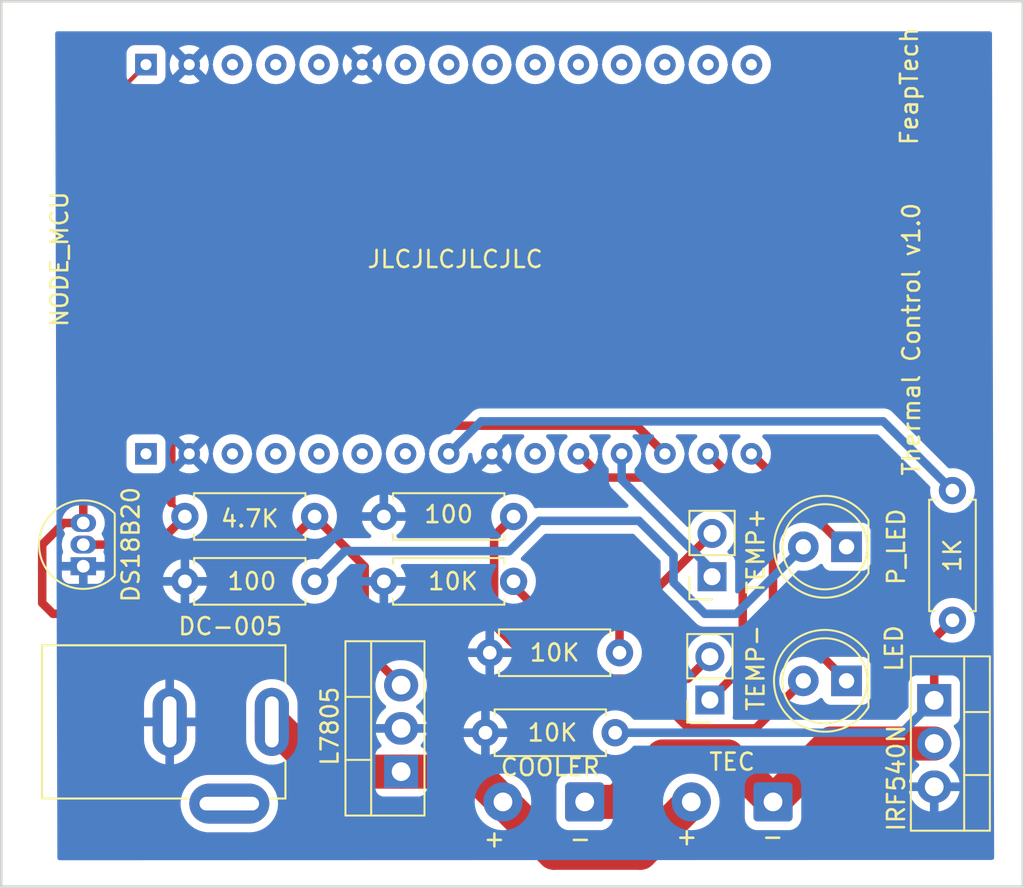
<source format=kicad_pcb>
(kicad_pcb (version 20211014) (generator pcbnew)
  (layers (0 "F.Cu" signal) (31 "B.Cu" signal) (34 "B.Paste" user) (35 "F.Paste" user) (36 "B.SilkS" user "B.Silkscreen") (37 "F.SilkS" user "F.Silkscreen") (38 "B.Mask" user) (39 "F.Mask" user) (44 "Edge.Cuts" user))
  (net 0 "")
  (net 21 "Net-(BTN1-Pad1)")
  (net 22 "Net-(BTN1-Pad2)")
  (net 23 "Net-(BTN2-Pad1)")
  (net 24 "Net-(BTN2-Pad2)")
  (net 25 "GND")
  (net 26 "Net-(C_LED1-Pad1)")
  (net 27 "Net-(C_LED1-Pad2)")
  (net 28 "Net-(P_LED1-Pad2)")
  (net 29 "Net-(P_LED1-Pad1)")
  (net 30 "Net-(R3-Pad1)")
  (net 31 "Net-(J4-Pad1)")
  (net 32 "Net-(Q1-Pad1)")
  (net 33 "Net-(R6-Pad2)")
  (net 34 "Net-(J3-Pad4)")
  (net 35 "Net-(R3-Pad2)")
  (footprint "LED_THT:LED_D5.0mm" (layer "F.Cu") (at 104.648 81.915 180)
    (fp_text reference "C_LED1" hide)
    (fp_text value "LED" (at -2.794 1.905 90) (layer "F.SilkS"))
    (fp_line (start -1.29 -1.545) (end -1.29 1.545) (layer "F.SilkS") (width 0.12))
    (fp_arc (start 4.26 -0.000462) (mid 2.072002 2.880433) (end -1.29 1.54483) (layer "F.SilkS") (width 0.12))
    (fp_arc (start -1.29 -1.54483) (mid 2.072002 -2.880433) (end 4.26 0.000462) (layer "F.SilkS") (width 0.12))
    (fp_circle (center 1.27 0) (end 3.77 0) (layer "F.SilkS") (width 0.12) (fill none))
    (pad "1" thru_hole rect (at 0 0 180) (size 1.8 1.8) (drill 0.9) (layers *.Cu *.Mask) (net 26 "Net-(C_LED1-Pad1)"))
    (pad "2" thru_hole circle (at 2.54 0 180) (size 1.8 1.8) (drill 0.9) (layers *.Cu *.Mask) (net 27 "Net-(C_LED1-Pad2)"))
  )
  (footprint "Connector_Wire:SolderWire-0.5sqmm_1x02_P4.8mm_D0.9mm_OD2.3mm" (layer "F.Cu") (at 89.268 89.027 180)
    (fp_text reference "J6" hide)
    (fp_text value "COOLER" (at 2.019 2.032) (layer "F.SilkS"))
    (pad "1" thru_hole roundrect (at 0 0 180) (size 2.3 2.3) (drill 1.1) (layers *.Cu *.Mask) (roundrect_rratio 0.108696) (net 31 "Net-(J4-Pad1)"))
    (pad "2" thru_hole circle (at 4.8 0 180) (size 2.3 2.3) (drill 1.1) (layers *.Cu *.Mask) (net 34 "Net-(J3-Pad4)"))
  )
  (footprint "Connector:node_mcu_socket" (layer "F.Cu") (at 63.5 57.15 90)
    (fp_text reference "U1" hide)
    (fp_text value "NODE_MCU" (at 0 -5.08 90 unlocked) (layer "F.SilkS"))
    (pad "1" thru_hole rect (at 11.43 0 90) (size 1.27 1.27) (drill 0.65) (layers *.Cu *.Mask) (net 35 "Net-(R3-Pad2)"))
    (pad "2" thru_hole circle (at 11.43 2.54 90) (size 1.27 1.27) (drill 0.65) (layers *.Cu *.Mask) (net 25 "GND"))
    (pad "3" thru_hole circle (at 11.43 5.08 90) (size 1.27 1.27) (drill 0.65) (layers *.Cu *.Mask))
    (pad "4" thru_hole circle (at 11.43 7.62 90) (size 1.27 1.27) (drill 0.65) (layers *.Cu *.Mask))
    (pad "5" thru_hole circle (at 11.43 10.16 90) (size 1.27 1.27) (drill 0.65) (layers *.Cu *.Mask))
    (pad "6" thru_hole circle (at 11.43 12.7 90) (size 1.27 1.27) (drill 0.65) (layers *.Cu *.Mask) (net 25 "GND"))
    (pad "7" thru_hole circle (at 11.43 15.24 90) (size 1.27 1.27) (drill 0.65) (layers *.Cu *.Mask))
    (pad "8" thru_hole circle (at 11.43 17.78 90) (size 1.27 1.27) (drill 0.65) (layers *.Cu *.Mask))
    (pad "9" thru_hole circle (at 11.43 20.32 90) (size 1.27 1.27) (drill 0.65) (layers *.Cu *.Mask))
    (pad "10" thru_hole circle (at 11.43 22.86 90) (size 1.27 1.27) (drill 0.65) (layers *.Cu *.Mask))
    (pad "11" thru_hole circle (at 11.43 25.4 90) (size 1.27 1.27) (drill 0.65) (layers *.Cu *.Mask))
    (pad "12" thru_hole circle (at 11.43 27.94 90) (size 1.27 1.27) (drill 0.65) (layers *.Cu *.Mask))
    (pad "13" thru_hole circle (at 11.43 30.48 90) (size 1.27 1.27) (drill 0.65) (layers *.Cu *.Mask))
    (pad "14" thru_hole circle (at 11.43 33.02 90) (size 1.27 1.27) (drill 0.65) (layers *.Cu *.Mask))
    (pad "15" thru_hole circle (at 11.43 35.56 90) (size 1.27 1.27) (drill 0.65) (layers *.Cu *.Mask))
    (pad "16" thru_hole rect (at -11.43 0 90) (size 1.27 1.27) (drill 0.65) (layers *.Cu *.Mask))
    (pad "17" thru_hole circle (at -11.43 2.54 90) (size 1.27 1.27) (drill 0.65) (layers *.Cu *.Mask) (net 25 "GND"))
    (pad "18" thru_hole circle (at -11.43 5.08 90) (size 1.27 1.27) (drill 0.65) (layers *.Cu *.Mask))
    (pad "19" thru_hole circle (at -11.43 7.62 90) (size 1.27 1.27) (drill 0.65) (layers *.Cu *.Mask))
    (pad "20" thru_hole circle (at -11.43 10.16 90) (size 1.27 1.27) (drill 0.65) (layers *.Cu *.Mask))
    (pad "21" thru_hole circle (at -11.43 12.7 90) (size 1.27 1.27) (drill 0.65) (layers *.Cu *.Mask))
    (pad "22" thru_hole circle (at -11.43 15.24 90) (size 1.27 1.27) (drill 0.65) (layers *.Cu *.Mask))
    (pad "23" thru_hole circle (at -11.43 17.78 90) (size 1.27 1.27) (drill 0.65) (layers *.Cu *.Mask) (net 33 "Net-(R6-Pad2)"))
    (pad "24" thru_hole circle (at -11.43 20.32 90) (size 1.27 1.27) (drill 0.65) (layers *.Cu *.Mask) (net 25 "GND"))
    (pad "25" thru_hole circle (at -11.43 22.86 90) (size 1.27 1.27) (drill 0.65) (layers *.Cu *.Mask))
    (pad "26" thru_hole circle (at -11.43 25.4 90) (size 1.27 1.27) (drill 0.65) (layers *.Cu *.Mask) (net 23 "Net-(BTN2-Pad1)"))
    (pad "27" thru_hole circle (at -11.43 27.94 90) (size 1.27 1.27) (drill 0.65) (layers *.Cu *.Mask) (net 21 "Net-(BTN1-Pad1)"))
    (pad "28" thru_hole circle (at -11.43 30.48 90) (size 1.27 1.27) (drill 0.65) (layers *.Cu *.Mask) (net 30 "Net-(R3-Pad1)"))
    (pad "29" thru_hole circle (at -11.43 33.02 90) (size 1.27 1.27) (drill 0.65) (layers *.Cu *.Mask) (net 26 "Net-(C_LED1-Pad1)"))
    (pad "30" thru_hole circle (at -11.43 35.56 90) (size 1.27 1.27) (drill 0.65) (layers *.Cu *.Mask) (net 29 "Net-(P_LED1-Pad1)"))
  )
  (footprint "Package_TO_SOT_THT:TO-92_Inline" (layer "F.Cu") (at 59.817 75.184 90)
    (fp_text reference "SENSOR1" hide)
    (fp_text value "DS18B20" (at 1.27 2.79 90) (layer "F.SilkS"))
    (fp_line (start -0.53 1.85) (end 3.07 1.85) (layer "F.SilkS") (width 0.12))
    (fp_arc (start -0.568478 1.838478) (mid -1.132087 -0.994977) (end 1.27 -2.6) (layer "F.SilkS") (width 0.12))
    (fp_arc (start 1.27 -2.6) (mid 3.672087 -0.994977) (end 3.108478 1.838478) (layer "F.SilkS") (width 0.12))
    (pad "1" thru_hole rect (at 0 0 90) (size 1.05 1.5) (drill 0.75) (layers *.Cu *.Mask) (net 25 "GND"))
    (pad "2" thru_hole oval (at 1.27 0 90) (size 1.05 1.5) (drill 0.75) (layers *.Cu *.Mask) (net 30 "Net-(R3-Pad1)"))
    (pad "3" thru_hole oval (at 2.54 0 90) (size 1.05 1.5) (drill 0.75) (layers *.Cu *.Mask) (net 35 "Net-(R3-Pad2)"))
  )
  (footprint "Connector_PinSocket_2.54mm:PinSocket_1x02_P2.54mm_Vertical" (layer "F.Cu") (at 96.622 83.038 180)
    (fp_text reference "BTN2" hide)
    (fp_text value "TEMP-" (at -2.692 1.885 90) (layer "F.SilkS"))
    (fp_line (start 1.33 -1.33) (end 1.33 0) (layer "F.SilkS") (width 0.12))
    (fp_line (start -1.33 3.87) (end 1.33 3.87) (layer "F.SilkS") (width 0.12))
    (fp_line (start 0 -1.33) (end 1.33 -1.33) (layer "F.SilkS") (width 0.12))
    (fp_line (start -1.33 1.27) (end -1.33 3.87) (layer "F.SilkS") (width 0.12))
    (fp_line (start 1.33 1.27) (end 1.33 3.87) (layer "F.SilkS") (width 0.12))
    (fp_line (start -1.33 1.27) (end 1.33 1.27) (layer "F.SilkS") (width 0.12))
    (pad "1" thru_hole rect (at 0 0 180) (size 1.7 1.7) (drill 1) (layers *.Cu *.Mask) (net 23 "Net-(BTN2-Pad1)"))
    (pad "2" thru_hole oval (at 0 2.54 180) (size 1.7 1.7) (drill 1) (layers *.Cu *.Mask) (net 24 "Net-(BTN2-Pad2)"))
  )
  (footprint "Resistor_THT:R_Axial_DIN0207_L6.3mm_D2.5mm_P7.62mm_Horizontal" (layer "F.Cu") (at 73.406 76.073 180)
    (fp_text reference "R5" hide)
    (fp_text value "100" (at 3.683 0) (layer "F.SilkS"))
    (fp_line (start 0.54 -1.04) (end 0.54 -1.37) (layer "F.SilkS") (width 0.12))
    (fp_line (start 7.08 -1.37) (end 7.08 -1.04) (layer "F.SilkS") (width 0.12))
    (fp_line (start 0.54 1.04) (end 0.54 1.37) (layer "F.SilkS") (width 0.12))
    (fp_line (start 0.54 -1.37) (end 7.08 -1.37) (layer "F.SilkS") (width 0.12))
    (fp_line (start 0.54 1.37) (end 7.08 1.37) (layer "F.SilkS") (width 0.12))
    (fp_line (start 7.08 1.37) (end 7.08 1.04) (layer "F.SilkS") (width 0.12))
    (pad "1" thru_hole circle (at 0 0 180) (size 1.6 1.6) (drill 0.8) (layers *.Cu *.Mask) (net 28 "Net-(P_LED1-Pad2)"))
    (pad "2" thru_hole oval (at 7.62 0 180) (size 1.6 1.6) (drill 0.8) (layers *.Cu *.Mask) (net 25 "GND"))
  )
  (footprint "Resistor_THT:R_Axial_DIN0207_L6.3mm_D2.5mm_P7.62mm_Horizontal" (layer "F.Cu") (at 110.871 78.359 90)
    (fp_text reference "R6" hide)
    (fp_text value "1K" (at 3.81 0 90) (layer "F.SilkS"))
    (fp_line (start 7.08 1.37) (end 7.08 1.04) (layer "F.SilkS") (width 0.12))
    (fp_line (start 0.54 -1.37) (end 7.08 -1.37) (layer "F.SilkS") (width 0.12))
    (fp_line (start 0.54 1.37) (end 7.08 1.37) (layer "F.SilkS") (width 0.12))
    (fp_line (start 7.08 -1.37) (end 7.08 -1.04) (layer "F.SilkS") (width 0.12))
    (fp_line (start 0.54 -1.04) (end 0.54 -1.37) (layer "F.SilkS") (width 0.12))
    (fp_line (start 0.54 1.04) (end 0.54 1.37) (layer "F.SilkS") (width 0.12))
    (pad "1" thru_hole circle (at 0 0 90) (size 1.6 1.6) (drill 0.8) (layers *.Cu *.Mask) (net 32 "Net-(Q1-Pad1)"))
    (pad "2" thru_hole oval (at 7.62 0 90) (size 1.6 1.6) (drill 0.8) (layers *.Cu *.Mask) (net 33 "Net-(R6-Pad2)"))
  )
  (footprint "Resistor_THT:R_Axial_DIN0207_L6.3mm_D2.5mm_P7.62mm_Horizontal" (layer "F.Cu") (at 91.059 84.963 180)
    (fp_text reference "R7" hide)
    (fp_text value "10K" (at 3.683 0) (layer "F.SilkS"))
    (fp_line (start 0.54 -1.04) (end 0.54 -1.37) (layer "F.SilkS") (width 0.12))
    (fp_line (start 7.08 1.37) (end 7.08 1.04) (layer "F.SilkS") (width 0.12))
    (fp_line (start 0.54 1.37) (end 7.08 1.37) (layer "F.SilkS") (width 0.12))
    (fp_line (start 7.08 -1.37) (end 7.08 -1.04) (layer "F.SilkS") (width 0.12))
    (fp_line (start 0.54 1.04) (end 0.54 1.37) (layer "F.SilkS") (width 0.12))
    (fp_line (start 0.54 -1.37) (end 7.08 -1.37) (layer "F.SilkS") (width 0.12))
    (pad "1" thru_hole circle (at 0 0 180) (size 1.6 1.6) (drill 0.8) (layers *.Cu *.Mask) (net 32 "Net-(Q1-Pad1)"))
    (pad "2" thru_hole oval (at 7.62 0 180) (size 1.6 1.6) (drill 0.8) (layers *.Cu *.Mask) (net 25 "GND"))
  )
  (footprint "Package_TO_SOT_THT:TO-220-3_Vertical" (layer "F.Cu") (at 78.486 87.249 90)
    (fp_text reference "Vreg1" hide)
    (fp_text value "L7805" (at 2.667 -4.191 90) (layer "F.SilkS"))
    (fp_line (start 7.66 -3.27) (end 7.66 1.371) (layer "F.SilkS") (width 0.12))
    (fp_line (start 0.69 -3.27) (end 0.69 -1.76) (layer "F.SilkS") (width 0.12))
    (fp_line (start -2.58 -3.27) (end -2.58 1.371) (layer "F.SilkS") (width 0.12))
    (fp_line (start -2.58 -1.76) (end 7.66 -1.76) (layer "F.SilkS") (width 0.12))
    (fp_line (start 4.391 -3.27) (end 4.391 -1.76) (layer "F.SilkS") (width 0.12))
    (fp_line (start -2.58 -3.27) (end 7.66 -3.27) (layer "F.SilkS") (width 0.12))
    (fp_line (start -2.58 1.371) (end 7.66 1.371) (layer "F.SilkS") (width 0.12))
    (pad "1" thru_hole rect (at 0 0 90) (size 1.905 2) (drill 1.1) (layers *.Cu *.Mask) (net 34 "Net-(J3-Pad4)"))
    (pad "2" thru_hole oval (at 2.54 0 90) (size 1.905 2) (drill 1.1) (layers *.Cu *.Mask) (net 25 "GND"))
    (pad "3" thru_hole oval (at 5.08 0 90) (size 1.905 2) (drill 1.1) (layers *.Cu *.Mask) (net 35 "Net-(R3-Pad2)"))
  )
  (footprint "Resistor_THT:R_Axial_DIN0207_L6.3mm_D2.5mm_P7.62mm_Horizontal" (layer "F.Cu") (at 85.09 72.263 180)
    (fp_text reference "R4" hide)
    (fp_text value "100" (at 3.81 0.127) (layer "F.SilkS"))
    (fp_line (start 7.08 -1.37) (end 7.08 -1.04) (layer "F.SilkS") (width 0.12))
    (fp_line (start 0.54 1.04) (end 0.54 1.37) (layer "F.SilkS") (width 0.12))
    (fp_line (start 0.54 -1.37) (end 7.08 -1.37) (layer "F.SilkS") (width 0.12))
    (fp_line (start 0.54 -1.04) (end 0.54 -1.37) (layer "F.SilkS") (width 0.12))
    (fp_line (start 7.08 1.37) (end 7.08 1.04) (layer "F.SilkS") (width 0.12))
    (fp_line (start 0.54 1.37) (end 7.08 1.37) (layer "F.SilkS") (width 0.12))
    (pad "1" thru_hole circle (at 0 0 180) (size 1.6 1.6) (drill 0.8) (layers *.Cu *.Mask) (net 27 "Net-(C_LED1-Pad2)"))
    (pad "2" thru_hole oval (at 7.62 0 180) (size 1.6 1.6) (drill 0.8) (layers *.Cu *.Mask) (net 25 "GND"))
  )
  (footprint "Resistor_THT:R_Axial_DIN0207_L6.3mm_D2.5mm_P7.62mm_Horizontal" (layer "F.Cu") (at 85.09 76.073 180)
    (fp_text reference "R2" hide)
    (fp_text value "10K" (at 3.556 0) (layer "F.SilkS"))
    (fp_line (start 7.08 -1.37) (end 7.08 -1.04) (layer "F.SilkS") (width 0.12))
    (fp_line (start 0.54 -1.37) (end 7.08 -1.37) (layer "F.SilkS") (width 0.12))
    (fp_line (start 0.54 1.37) (end 7.08 1.37) (layer "F.SilkS") (width 0.12))
    (fp_line (start 0.54 -1.04) (end 0.54 -1.37) (layer "F.SilkS") (width 0.12))
    (fp_line (start 0.54 1.04) (end 0.54 1.37) (layer "F.SilkS") (width 0.12))
    (fp_line (start 7.08 1.37) (end 7.08 1.04) (layer "F.SilkS") (width 0.12))
    (pad "1" thru_hole circle (at 0 0 180) (size 1.6 1.6) (drill 0.8) (layers *.Cu *.Mask) (net 24 "Net-(BTN2-Pad2)"))
    (pad "2" thru_hole oval (at 7.62 0 180) (size 1.6 1.6) (drill 0.8) (layers *.Cu *.Mask) (net 25 "GND"))
  )
  (footprint "Connector_PinSocket_2.54mm:PinSocket_1x02_P2.54mm_Vertical" (layer "F.Cu") (at 96.749 75.799 180)
    (fp_text reference "BTN1" hide)
    (fp_text value "TEMP+" (at -2.565 1.504 90) (layer "F.SilkS"))
    (fp_line (start 1.33 -1.33) (end 1.33 0) (layer "F.SilkS") (width 0.12))
    (fp_line (start -1.33 1.27) (end -1.33 3.87) (layer "F.SilkS") (width 0.12))
    (fp_line (start -1.33 3.87) (end 1.33 3.87) (layer "F.SilkS") (width 0.12))
    (fp_line (start -1.33 1.27) (end 1.33 1.27) (layer "F.SilkS") (width 0.12))
    (fp_line (start 1.33 1.27) (end 1.33 3.87) (layer "F.SilkS") (width 0.12))
    (fp_line (start 0 -1.33) (end 1.33 -1.33) (layer "F.SilkS") (width 0.12))
    (pad "1" thru_hole rect (at 0 0 180) (size 1.7 1.7) (drill 1) (layers *.Cu *.Mask) (net 21 "Net-(BTN1-Pad1)"))
    (pad "2" thru_hole oval (at 0 2.54 180) (size 1.7 1.7) (drill 1) (layers *.Cu *.Mask) (net 22 "Net-(BTN1-Pad2)"))
  )
  (footprint "Connector_Wire:SolderWire-0.5sqmm_1x02_P4.8mm_D0.9mm_OD2.3mm" (layer "F.Cu") (at 100.33 89.027 180)
    (fp_text reference "J4" hide)
    (fp_text value "TEC" (at 2.4 2.35) (layer "F.SilkS"))
    (pad "1" thru_hole roundrect (at 0 0 180) (size 2.3 2.3) (drill 1.1) (layers *.Cu *.Mask) (roundrect_rratio 0.108696) (net 31 "Net-(J4-Pad1)"))
    (pad "2" thru_hole circle (at 4.8 0 180) (size 2.3 2.3) (drill 1.1) (layers *.Cu *.Mask) (net 34 "Net-(J3-Pad4)"))
  )
  (footprint "Package_TO_SOT_THT:TO-220-3_Vertical" (layer "F.Cu") (at 109.799 83.058 -90)
    (fp_text reference "Q1" hide)
    (fp_text value "IRF540N" (at 4.572 2.23 90) (layer "F.SilkS"))
    (fp_line (start -2.58 -1.76) (end 7.66 -1.76) (layer "F.SilkS") (width 0.12))
    (fp_line (start -2.58 -3.27) (end 7.66 -3.27) (layer "F.SilkS") (width 0.12))
    (fp_line (start 7.66 -3.27) (end 7.66 1.371) (layer "F.SilkS") (width 0.12))
    (fp_line (start 0.69 -3.27) (end 0.69 -1.76) (layer "F.SilkS") (width 0.12))
    (fp_line (start -2.58 1.371) (end 7.66 1.371) (layer "F.SilkS") (width 0.12))
    (fp_line (start -2.58 -3.27) (end -2.58 1.371) (layer "F.SilkS") (width 0.12))
    (fp_line (start 4.391 -3.27) (end 4.391 -1.76) (layer "F.SilkS") (width 0.12))
    (pad "1" thru_hole rect (at 0 0 270) (size 1.905 2) (drill 1.1) (layers *.Cu *.Mask) (net 32 "Net-(Q1-Pad1)"))
    (pad "2" thru_hole oval (at 2.54 0 270) (size 1.905 2) (drill 1.1) (layers *.Cu *.Mask) (net 31 "Net-(J4-Pad1)"))
    (pad "3" thru_hole oval (at 5.08 0 270) (size 1.905 2) (drill 1.1) (layers *.Cu *.Mask) (net 25 "GND"))
  )
  (footprint "Resistor_THT:R_Axial_DIN0207_L6.3mm_D2.5mm_P7.62mm_Horizontal" (layer "F.Cu") (at 65.786 72.263)
    (fp_text reference "R3" hide)
    (fp_text value "4.7K" (at 3.81 0.127) (layer "F.SilkS"))
    (fp_line (start 7.08 -1.37) (end 7.08 -1.04) (layer "F.SilkS") (width 0.12))
    (fp_line (start 7.08 1.37) (end 7.08 1.04) (layer "F.SilkS") (width 0.12))
    (fp_line (start 0.54 -1.04) (end 0.54 -1.37) (layer "F.SilkS") (width 0.12))
    (fp_line (start 0.54 -1.37) (end 7.08 -1.37) (layer "F.SilkS") (width 0.12))
    (fp_line (start 0.54 1.04) (end 0.54 1.37) (layer "F.SilkS") (width 0.12))
    (fp_line (start 0.54 1.37) (end 7.08 1.37) (layer "F.SilkS") (width 0.12))
    (pad "1" thru_hole circle (at 0 0) (size 1.6 1.6) (drill 0.8) (layers *.Cu *.Mask) (net 30 "Net-(R3-Pad1)"))
    (pad "2" thru_hole oval (at 7.62 0) (size 1.6 1.6) (drill 0.8) (layers *.Cu *.Mask) (net 35 "Net-(R3-Pad2)"))
  )
  (footprint "Connector:DC-005" (layer "F.Cu") (at 68.393 84.328)
    (fp_text reference "J3" hide)
    (fp_text value "DC-005" (at 0.06 -5.61) (layer "F.SilkS"))
    (fp_line (start 3.3 2.3) (end 3.3 4.5) (layer "F.SilkS") (width 0.127))
    (fp_line (start 3.3 -4.5) (end 3.3 -2.3) (layer "F.SilkS") (width 0.127))
    (fp_line (start -2.4 4.5) (end -11 4.5) (layer "F.SilkS") (width 0.127))
    (fp_line (start -11 -4.5) (end 3.3 -4.5) (layer "F.SilkS") (width 0.127))
    (fp_line (start -11 4.5) (end -11 -4.5) (layer "F.SilkS") (width 0.127))
    (fp_line (start 3.3 4.5) (end 2.4 4.5) (layer "F.SilkS") (width 0.127))
    (pad "2" thru_hole oval (at 0 4.8) (size 4.7 2.35) (drill oval 3.5 0.8) (layers *.Cu *.Mask))
    (pad "3" thru_hole oval (at -3.5 0) (size 2 4) (drill oval 0.8 3) (layers *.Cu *.Mask) (net 25 "GND"))
    (pad "4" thru_hole oval (at 2.5 0) (size 2 4) (drill oval 0.8 3) (layers *.Cu *.Mask) (net 34 "Net-(J3-Pad4)"))
  )
  (footprint "LED_THT:LED_D5.0mm" (layer "F.Cu") (at 104.648 74.041 180)
    (fp_text reference "P_LED1" hide)
    (fp_text value "LED" hide)
    (fp_line (start -1.29 -1.545) (end -1.29 1.545) (layer "F.SilkS") (width 0.12))
    (fp_arc (start 4.26 -0.000462) (mid 2.072002 2.880433) (end -1.29 1.54483) (layer "F.SilkS") (width 0.12))
    (fp_arc (start -1.29 -1.54483) (mid 2.072002 -2.880433) (end 4.26 0.000462) (layer "F.SilkS") (width 0.12))
    (fp_circle (center 1.27 0) (end 3.77 0) (layer "F.SilkS") (width 0.12) (fill none))
    (pad "1" thru_hole rect (at 0 0 180) (size 1.8 1.8) (drill 0.9) (layers *.Cu *.Mask) (net 29 "Net-(P_LED1-Pad1)"))
    (pad "2" thru_hole circle (at 2.54 0 180) (size 1.8 1.8) (drill 0.9) (layers *.Cu *.Mask) (net 28 "Net-(P_LED1-Pad2)"))
  )
  (footprint "Resistor_THT:R_Axial_DIN0207_L6.3mm_D2.5mm_P7.62mm_Horizontal" (layer "F.Cu") (at 91.313 80.264 180)
    (fp_text reference "R1" hide)
    (fp_text value "10K" (at 3.81 0) (layer "F.SilkS"))
    (fp_line (start 0.54 -1.37) (end 7.08 -1.37) (layer "F.SilkS") (width 0.12))
    (fp_line (start 0.54 -1.04) (end 0.54 -1.37) (layer "F.SilkS") (width 0.12))
    (fp_line (start 0.54 1.37) (end 7.08 1.37) (layer "F.SilkS") (width 0.12))
    (fp_line (start 7.08 1.37) (end 7.08 1.04) (layer "F.SilkS") (width 0.12))
    (fp_line (start 7.08 -1.37) (end 7.08 -1.04) (layer "F.SilkS") (width 0.12))
    (fp_line (start 0.54 1.04) (end 0.54 1.37) (layer "F.SilkS") (width 0.12))
    (pad "1" thru_hole circle (at 0 0 180) (size 1.6 1.6) (drill 0.8) (layers *.Cu *.Mask) (net 22 "Net-(BTN1-Pad2)"))
    (pad "2" thru_hole oval (at 7.62 0 180) (size 1.6 1.6) (drill 0.8) (layers *.Cu *.Mask) (net 25 "GND"))
  )
  (gr_rect (start 55 42) (end 115 94) (layer "Edge.Cuts") (width 0.15) (fill none))
  (gr_text "+     -" (at 86.487 91.186) (layer "F.SilkS") (effects (font (size 1 1))))
  (gr_text "FeapTech" (at 108.331 46.99 90) (layer "F.SilkS") (effects (font (size 1 1))))
  (gr_text "Thermal Control v1.0" (at 108.458 61.849 90) (layer "F.SilkS") (effects (font (size 1 1))))
  (gr_text "P_LED" (at 107.569 74.041 90) (layer "F.SilkS") (effects (font (size 1 1))))
  (gr_text "JLCJLCJLCJLC" (at 81.661 57.15) (layer "F.SilkS") (effects (font (size 1 1))))
  (gr_text "+     -" (at 97.79 91.059) (layer "F.SilkS") (effects (font (size 1 1))))
  (segment (start 96.749 75.413) (end 91.44 70.104) (width 0.5) (layer "B.Cu") (net 21))
  (segment (start 96.749 75.799) (end 96.749 75.413) (width 0.5) (layer "B.Cu") (net 21))
  (segment (start 91.44 70.104) (end 91.44 68.58) (width 0.5) (layer "B.Cu") (net 21))
  (segment (start 91.313 78.695) (end 96.749 73.259) (width 0.5) (layer "F.Cu") (net 22))
  (segment (start 91.313 80.264) (end 91.313 78.695) (width 0.5) (layer "F.Cu") (net 22))
  (segment (start 96.012 69.977) (end 90.297 69.977) (width 0.5) (layer "F.Cu") (net 23))
  (segment (start 98.552 81.108) (end 98.552 72.517) (width 0.5) (layer "F.Cu") (net 23))
  (segment (start 90.297 69.977) (end 88.9 68.58) (width 0.5) (layer "F.Cu") (net 23))
  (segment (start 98.552 72.517) (end 96.012 69.977) (width 0.5) (layer "F.Cu") (net 23))
  (segment (start 96.622 83.038) (end 98.552 81.108) (width 0.5) (layer "F.Cu") (net 23))
  (segment (start 90.551 81.788) (end 95.332 81.788) (width 0.5) (layer "F.Cu") (net 24))
  (segment (start 95.332 81.788) (end 96.622 80.498) (width 0.5) (layer "F.Cu") (net 24))
  (segment (start 85.09 76.327) (end 90.551 81.788) (width 0.5) (layer "F.Cu") (net 24))
  (segment (start 85.09 76.073) (end 85.09 76.327) (width 0.25) (layer "F.Cu") (net 24))
  (segment (start 100.33 77.597) (end 100.33 72.39) (width 0.5) (layer "F.Cu") (net 26))
  (segment (start 104.648 81.915) (end 100.33 77.597) (width 0.5) (layer "F.Cu") (net 26))
  (segment (start 100.33 72.39) (end 96.52 68.58) (width 0.5) (layer "F.Cu") (net 26))
  (segment (start 87.94248 82.60848) (end 93.27648 82.60848) (width 0.5) (layer "F.Cu") (net 27))
  (segment (start 95.377 84.709) (end 99.314 84.709) (width 0.5) (layer "F.Cu") (net 27))
  (segment (start 83.947 73.406) (end 83.947 78.613) (width 0.5) (layer "F.Cu") (net 27))
  (segment (start 99.314 84.709) (end 102.108 81.915) (width 0.5) (layer "F.Cu") (net 27))
  (segment (start 93.27648 82.60848) (end 95.377 84.709) (width 0.5) (layer "F.Cu") (net 27))
  (segment (start 85.09 72.263) (end 83.947 73.406) (width 0.5) (layer "F.Cu") (net 27))
  (segment (start 83.947 78.613) (end 87.94248 82.60848) (width 0.5) (layer "F.Cu") (net 27))
  (segment (start 94.488 74.549) (end 92.456 72.517) (width 0.5) (layer "B.Cu") (net 28))
  (segment (start 86.614 72.517) (end 84.836 74.295) (width 0.5) (layer "B.Cu") (net 28))
  (segment (start 75.184 74.295) (end 73.406 76.073) (width 0.5) (layer "B.Cu") (net 28))
  (segment (start 84.836 74.295) (end 75.184 74.295) (width 0.5) (layer "B.Cu") (net 28))
  (segment (start 102.108 74.041) (end 98.171 77.978) (width 0.5) (layer "B.Cu") (net 28))
  (segment (start 96.328978 77.978) (end 94.488 76.137022) (width 0.5) (layer "B.Cu") (net 28))
  (segment (start 98.171 77.978) (end 96.328978 77.978) (width 0.5) (layer "B.Cu") (net 28))
  (segment (start 92.456 72.517) (end 86.614 72.517) (width 0.5) (layer "B.Cu") (net 28))
  (segment (start 94.488 76.137022) (end 94.488 74.549) (width 0.5) (layer "B.Cu") (net 28))
  (segment (start 104.648 74.041) (end 104.521 74.041) (width 0.25) (layer "F.Cu") (net 29))
  (segment (start 104.521 74.041) (end 99.06 68.58) (width 0.5) (layer "F.Cu") (net 29))
  (segment (start 64.986001 67.474999) (end 65.532 66.929) (width 0.5) (layer "F.Cu") (net 30))
  (segment (start 64.986001 71.463001) (end 64.986001 67.474999) (width 0.5) (layer "F.Cu") (net 30))
  (segment (start 65.532 66.929) (end 92.329 66.929) (width 0.5) (layer "F.Cu") (net 30))
  (segment (start 64.135 73.914) (end 65.786 72.263) (width 0.5) (layer "F.Cu") (net 30))
  (segment (start 92.329 66.929) (end 93.98 68.58) (width 0.5) (layer "F.Cu") (net 30))
  (segment (start 59.817 73.914) (end 64.135 73.914) (width 0.5) (layer "F.Cu") (net 30))
  (segment (start 65.786 72.263) (end 64.986001 71.463001) (width 0.25) (layer "F.Cu") (net 30))
  (segment (start 93.853 86.36) (end 97.663 86.36) (width 2) (layer "F.Cu") (net 31))
  (segment (start 91.186 89.027) (end 93.853 86.36) (width 2) (layer "F.Cu") (net 31))
  (segment (start 100.33 89.027) (end 103.759 85.598) (width 2) (layer "F.Cu") (net 31))
  (segment (start 103.759 85.598) (end 109.799 85.598) (width 2) (layer "F.Cu") (net 31))
  (segment (start 97.663 86.36) (end 100.33 89.027) (width 2) (layer "F.Cu") (net 31))
  (segment (start 89.268 89.027) (end 91.186 89.027) (width 2) (layer "F.Cu") (net 31))
  (segment (start 109.799 83.058) (end 109.799 79.431) (width 0.5) (layer "F.Cu") (net 32))
  (segment (start 109.799 79.431) (end 110.871 78.359) (width 0.5) (layer "F.Cu") (net 32))
  (segment (start 107.894 84.963) (end 91.059 84.963) (width 0.5) (layer "B.Cu") (net 32))
  (segment (start 109.799 83.058) (end 107.894 84.963) (width 0.5) (layer "B.Cu") (net 32))
  (segment (start 106.807 66.675) (end 83.185 66.675) (width 0.5) (layer "B.Cu") (net 33))
  (segment (start 83.185 66.675) (end 81.28 68.58) (width 0.5) (layer "B.Cu") (net 33))
  (segment (start 110.871 70.739) (end 106.807 66.675) (width 0.5) (layer "B.Cu") (net 33))
  (segment (start 82.69 87.249) (end 84.468 89.027) (width 2) (layer "F.Cu") (net 34))
  (segment (start 78.486 87.249) (end 82.69 87.249) (width 2) (layer "F.Cu") (net 34))
  (segment (start 84.468 89.027) (end 87.45698 92.01598) (width 2) (layer "F.Cu") (net 34))
  (segment (start 92.54102 92.01598) (end 95.53 89.027) (width 2) (layer "F.Cu") (net 34))
  (segment (start 78.486 87.249) (end 73.814 87.249) (width 2) (layer "F.Cu") (net 34))
  (segment (start 87.45698 92.01598) (end 92.54102 92.01598) (width 2) (layer "F.Cu") (net 34))
  (segment (start 70.893 83.969) (end 70.761 83.969) (width 0.25) (layer "F.Cu") (net 34))
  (segment (start 73.814 87.249) (end 70.893 84.328) (width 2) (layer "F.Cu") (net 34))
  (segment (start 70.893 83.969) (end 70.893 83.974) (width 2) (layer "B.Cu") (net 34))
  (segment (start 57.404 77.343) (end 57.404 73.914) (width 0.5) (layer "F.Cu") (net 35))
  (segment (start 58.674 72.644) (end 59.817 72.644) (width 0.5) (layer "F.Cu") (net 35))
  (segment (start 78.486 82.169) (end 76.345489 80.028489) (width 0.5) (layer "F.Cu") (net 35))
  (segment (start 57.404 73.914) (end 58.674 72.644) (width 0.5) (layer "F.Cu") (net 35))
  (segment (start 67.691 77.978) (end 58.039 77.978) (width 0.5) (layer "F.Cu") (net 35))
  (segment (start 58.039 77.978) (end 57.404 77.343) (width 0.5) (layer "F.Cu") (net 35))
  (segment (start 76.345489 75.202489) (end 73.406 72.263) (width 0.5) (layer "F.Cu") (net 35))
  (segment (start 59.817 49.403) (end 63.5 45.72) (width 0.25) (layer "F.Cu") (net 35))
  (segment (start 73.406 72.263) (end 67.691 77.978) (width 0.5) (layer "F.Cu") (net 35))
  (segment (start 59.817 72.644) (end 59.817 49.403) (width 0.5) (layer "F.Cu") (net 35))
  (segment (start 76.345489 80.028489) (end 76.345489 75.202489) (width 0.5) (layer "F.Cu") (net 35))
  (zone (net 25) (net_name "GND") (layer "B.Cu") (connect_pads (clearance 0.508)) (min_thickness 0.254) (fill yes (thermal_gap 0.508) (thermal_bridge_width 0.508))
    (polygon (pts (xy 113.319223 92.436973) (xy 58.293456 92.453454) (xy 58.166 43.688) (xy 113.191767 43.671519)))
  )
)
</source>
